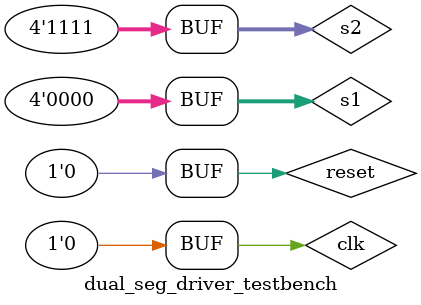
<source format=sv>
`timescale 1ns/1ns
module dual_seg_driver_testbench();
    logic clk, reset;
	logic [3:0] s1, s2;
	logic [6:0] seg;
	logic en1, en2;

    // instantiate device under test
    dual_seg_driver dut(clk, reset, s1, s2, seg, en1, en2);

    // generate clock ~12MHz
    always begin
        clk = 1; #83;
        clk = 0; #83;
    end
    // at start of test, load vectors
    // and pulse reset
    initial begin
        reset = 1; #69; reset = 0;
        s1 = 4'h0; s2 = 4'h0;
        #10000000
        s1 = 4'h1; s2 = 4'h0;
        #10000000
        s1 = 4'h2; s2 = 4'h1;
        #10000000
        s1 = 4'h3; s2 = 4'h2;
        #10000000
        s1 = 4'h4; s2 = 4'h3;
        #10000000
        s1 = 4'h5; s2 = 4'h4; 
        #10000000
        s1 = 4'h6; s2 = 4'h5;
        #10000000
        s1 = 4'h7; s2 = 4'h6;
        #10000000
        s1 = 4'h8; s2 = 4'h7;
        #10000000
        s1 = 4'h9; s2 = 4'h8;
        #10000000
        s1 = 4'hA; s2 = 4'h9;
        #10000000
        s1 = 4'hB; s2 = 4'hA;
        #10000000
        s1 = 4'hC; s2 = 4'hB; 
        #10000000
        s1 = 4'hD; s2 = 4'hC;
        #10000000
        s1 = 4'hE; s2 = 4'hD;
        #10000000
        s1 = 4'hF; s2 = 4'hE;
        #10000000
        s1 = 4'h0; s2 = 4'hF;      
    end
endmodule
</source>
